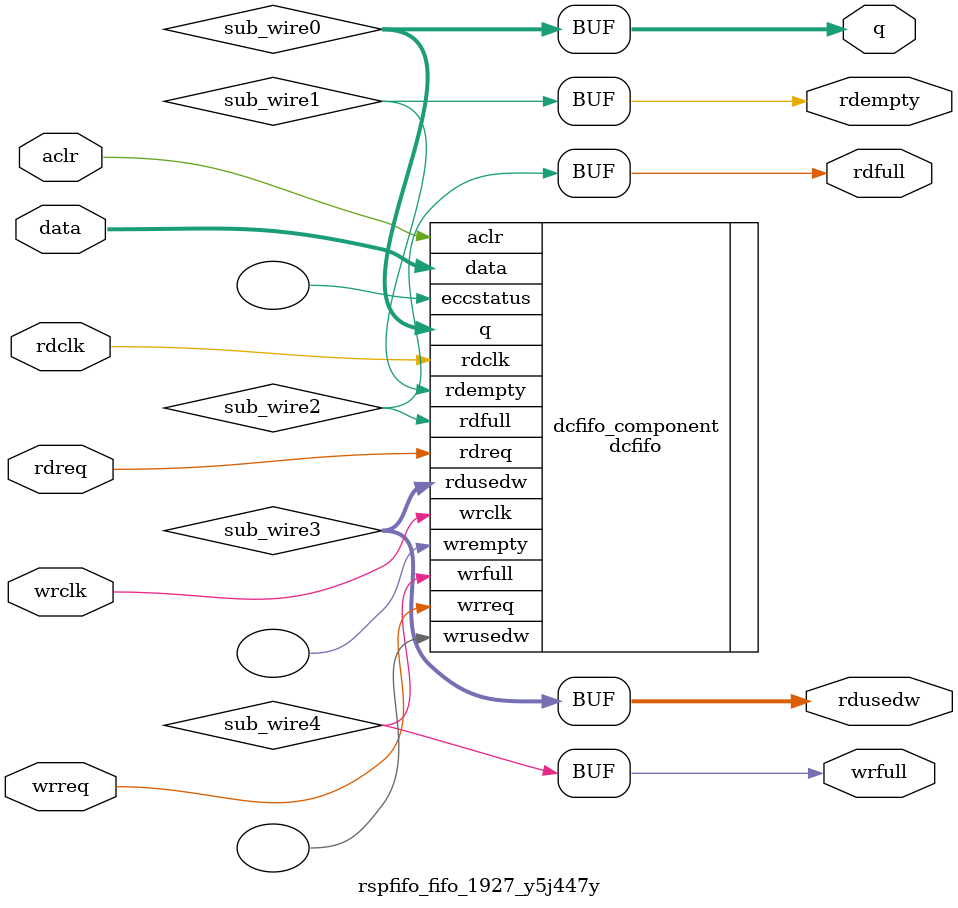
<source format=v>



`timescale 1 ps / 1 ps
// synopsys translate_on
module  rspfifo_fifo_1927_y5j447y  (
    aclr,
    data,
    rdclk,
    rdreq,
    wrclk,
    wrreq,
    q,
    rdempty,
    rdfull,
    rdusedw,
    wrfull);

    input    aclr;
    input  [559:0]  data;
    input    rdclk;
    input    rdreq;
    input    wrclk;
    input    wrreq;
    output [559:0]  q;
    output   rdempty;
    output   rdfull;
    output [5:0]  rdusedw;
    output   wrfull;
`ifndef ALTERA_RESERVED_QIS
// synopsys translate_off
`endif
    tri0     aclr;
`ifndef ALTERA_RESERVED_QIS
// synopsys translate_on
`endif

    wire [559:0] sub_wire0;
    wire  sub_wire1;
    wire  sub_wire2;
    wire [5:0] sub_wire3;
    wire  sub_wire4;
    wire [559:0] q = sub_wire0[559:0];
    wire  rdempty = sub_wire1;
    wire  rdfull = sub_wire2;
    wire [5:0] rdusedw = sub_wire3[5:0];
    wire  wrfull = sub_wire4;

    dcfifo  dcfifo_component (
                .aclr (aclr),
                .data (data),
                .rdclk (rdclk),
                .rdreq (rdreq),
                .wrclk (wrclk),
                .wrreq (wrreq),
                .q (sub_wire0),
                .rdempty (sub_wire1),
                .rdfull (sub_wire2),
                .rdusedw (sub_wire3),
                .wrfull (sub_wire4),
                .eccstatus (),
                .wrempty (),
                .wrusedw ());
    defparam
        dcfifo_component.enable_ecc  = "FALSE",
        dcfifo_component.intended_device_family  = "Agilex 7",
        dcfifo_component.lpm_hint  = "DISABLE_DCFIFO_EMBEDDED_TIMING_CONSTRAINT=TRUE",
        dcfifo_component.lpm_numwords  = 64,
        dcfifo_component.lpm_showahead  = "ON",
        dcfifo_component.lpm_type  = "dcfifo",
        dcfifo_component.lpm_width  = 560,
        dcfifo_component.lpm_widthu  = 6,
        dcfifo_component.overflow_checking  = "OFF",
        dcfifo_component.rdsync_delaypipe  = 4,
        dcfifo_component.read_aclr_synch  = "ON",
        dcfifo_component.underflow_checking  = "OFF",
        dcfifo_component.use_eab  = "ON",
        dcfifo_component.write_aclr_synch  = "ON",
        dcfifo_component.wrsync_delaypipe  = 4;


endmodule



</source>
